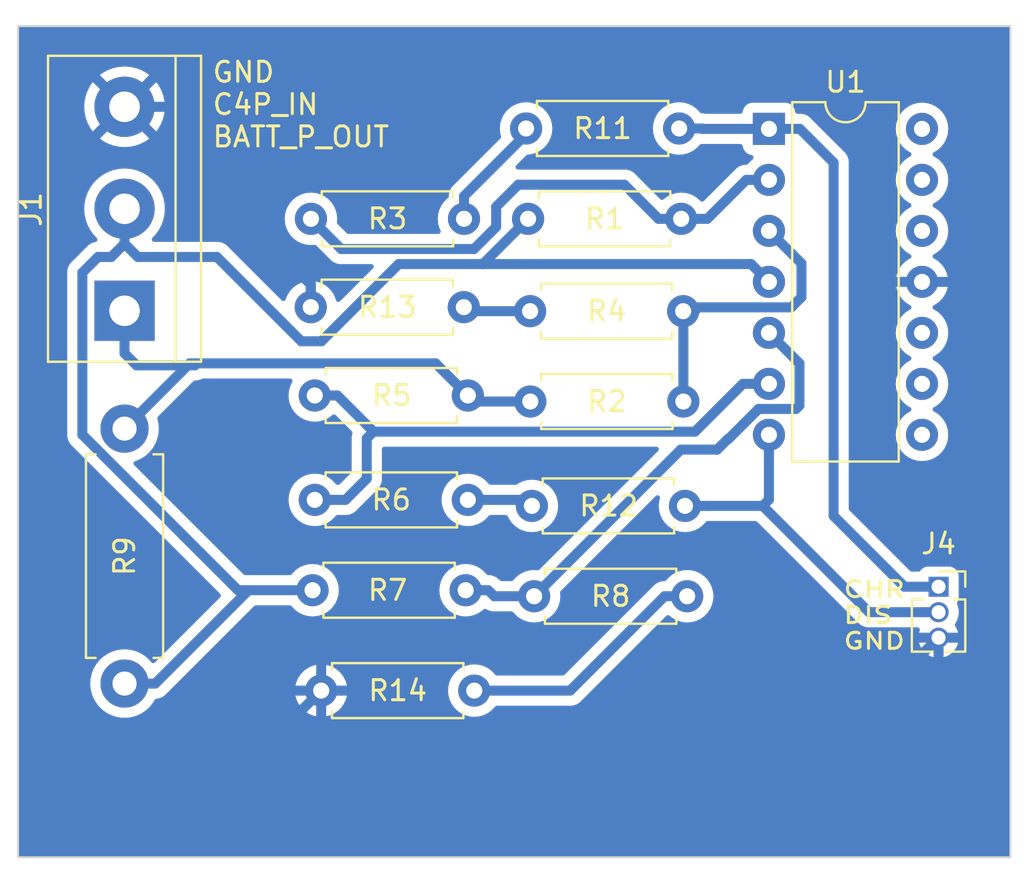
<source format=kicad_pcb>
(kicad_pcb (version 20221018) (generator pcbnew)
  (layers (0 "F.Cu" signal) (31 "B.Cu" signal) (34 "B.Paste" user) (35 "F.Paste" user) (36 "B.SilkS" user "B.Silkscreen") (37 "F.SilkS" user "F.Silkscreen") (38 "B.Mask" user) (39 "F.Mask" user) (44 "Edge.Cuts" user))
  (net 0 "")
  (net 1 "/BATT_P_OUT")
  (net 2 "/C4_P_IN")
  (net 3 "Net-(U1A--)")
  (net 4 "Net-(U1A-+)")
  (net 5 "/CHG")
  (net 6 "0")
  (net 7 "Net-(U1B--)")
  (net 8 "Net-(U1B-+)")
  (net 9 "/DIS")
  (net 10 "Net-(R11-Pad1)")
  (net 11 "Net-(R13-Pad1)")
  (net 12 "Net-(R12-Pad1)")
  (net 13 "Net-(R14-Pad1)")
  (footprint "Resistor_THT:R_Axial_DIN0207_L6.3mm_D2.5mm_P7.62mm_Horizontal" (layer "F.Cu") (at 89.09 81.3 180)
    (fp_text reference "R13" (at 3.81 0) (layer "F.SilkS"))
    (fp_text value "4.7K")
    (fp_line (start 0.54 -1.37) (end 7.08 -1.37) (stroke (width 0.12)) (layer "F.SilkS"))
    (fp_line (start 0.54 -1.04) (end 0.54 -1.37) (stroke (width 0.12)) (layer "F.SilkS"))
    (fp_line (start 0.54 1.04) (end 0.54 1.37) (stroke (width 0.12)) (layer "F.SilkS"))
    (fp_line (start 0.54 1.37) (end 7.08 1.37) (stroke (width 0.12)) (layer "F.SilkS"))
    (fp_line (start 7.08 -1.37) (end 7.08 -1.04) (stroke (width 0.12)) (layer "F.SilkS"))
    (fp_line (start 7.08 1.37) (end 7.08 1.04) (stroke (width 0.12)) (layer "F.SilkS"))
    (pad "1" thru_hole circle (at 0 0 180) (size 1.6 1.6) (drill 0.8) (layers "*.Cu" "*.Mask") (net 11 "Net-(R13-Pad1)"))
    (pad "2" thru_hole oval (at 7.62 0 180) (size 1.6 1.6) (drill 0.8) (layers "*.Cu" "*.Mask") (net 6 "0"))
  )
  (footprint "Resistor_THT:R_Axial_DIN0207_L6.3mm_D2.5mm_P7.62mm_Horizontal" (layer "F.Cu") (at 92.59 95.7)
    (fp_text reference "R8" (at 3.81 0) (layer "F.SilkS"))
    (fp_text value "160K")
    (fp_line (start 0.54 -1.37) (end 7.08 -1.37) (stroke (width 0.12)) (layer "F.SilkS"))
    (fp_line (start 0.54 -1.04) (end 0.54 -1.37) (stroke (width 0.12)) (layer "F.SilkS"))
    (fp_line (start 0.54 1.04) (end 0.54 1.37) (stroke (width 0.12)) (layer "F.SilkS"))
    (fp_line (start 0.54 1.37) (end 7.08 1.37) (stroke (width 0.12)) (layer "F.SilkS"))
    (fp_line (start 7.08 -1.37) (end 7.08 -1.04) (stroke (width 0.12)) (layer "F.SilkS"))
    (fp_line (start 7.08 1.37) (end 7.08 1.04) (stroke (width 0.12)) (layer "F.SilkS"))
    (pad "1" thru_hole circle (at 0 0) (size 1.6 1.6) (drill 0.8) (layers "*.Cu" "*.Mask") (net 8 "Net-(U1B-+)"))
    (pad "2" thru_hole oval (at 7.62 0) (size 1.6 1.6) (drill 0.8) (layers "*.Cu" "*.Mask") (net 13 "Net-(R14-Pad1)"))
  )
  (footprint "Resistor_THT:R_Axial_DIN0207_L6.3mm_D2.5mm_P7.62mm_Horizontal" (layer "F.Cu") (at 92.19 72.4)
    (fp_text reference "R11" (at 3.81 0) (layer "F.SilkS"))
    (fp_text value "4.7K")
    (fp_line (start 0.54 -1.37) (end 7.08 -1.37) (stroke (width 0.12)) (layer "F.SilkS"))
    (fp_line (start 0.54 -1.04) (end 0.54 -1.37) (stroke (width 0.12)) (layer "F.SilkS"))
    (fp_line (start 0.54 1.04) (end 0.54 1.37) (stroke (width 0.12)) (layer "F.SilkS"))
    (fp_line (start 0.54 1.37) (end 7.08 1.37) (stroke (width 0.12)) (layer "F.SilkS"))
    (fp_line (start 7.08 -1.37) (end 7.08 -1.04) (stroke (width 0.12)) (layer "F.SilkS"))
    (fp_line (start 7.08 1.37) (end 7.08 1.04) (stroke (width 0.12)) (layer "F.SilkS"))
    (pad "1" thru_hole circle (at 0 0) (size 1.6 1.6) (drill 0.8) (layers "*.Cu" "*.Mask") (net 10 "Net-(R11-Pad1)"))
    (pad "2" thru_hole oval (at 7.62 0) (size 1.6 1.6) (drill 0.8) (layers "*.Cu" "*.Mask") (net 5 "/CHG"))
  )
  (footprint "Resistor_THT:R_Axial_DIN0207_L6.3mm_D2.5mm_P7.62mm_Horizontal" (layer "F.Cu") (at 92.48 91.2)
    (fp_text reference "R12" (at 3.82 0) (layer "F.SilkS"))
    (fp_text value "4.7K")
    (fp_line (start 0.54 -1.37) (end 7.08 -1.37) (stroke (width 0.12)) (layer "F.SilkS"))
    (fp_line (start 0.54 -1.04) (end 0.54 -1.37) (stroke (width 0.12)) (layer "F.SilkS"))
    (fp_line (start 0.54 1.04) (end 0.54 1.37) (stroke (width 0.12)) (layer "F.SilkS"))
    (fp_line (start 0.54 1.37) (end 7.08 1.37) (stroke (width 0.12)) (layer "F.SilkS"))
    (fp_line (start 7.08 -1.37) (end 7.08 -1.04) (stroke (width 0.12)) (layer "F.SilkS"))
    (fp_line (start 7.08 1.37) (end 7.08 1.04) (stroke (width 0.12)) (layer "F.SilkS"))
    (pad "1" thru_hole circle (at 0 0) (size 1.6 1.6) (drill 0.8) (layers "*.Cu" "*.Mask") (net 12 "Net-(R12-Pad1)"))
    (pad "2" thru_hole oval (at 7.62 0) (size 1.6 1.6) (drill 0.8) (layers "*.Cu" "*.Mask") (net 9 "/DIS"))
  )
  (footprint "Resistor_THT:R_Axial_DIN0207_L6.3mm_D2.5mm_P7.62mm_Horizontal" (layer "F.Cu") (at 81.67 90.9)
    (fp_text reference "R6" (at 3.81 0) (layer "F.SilkS"))
    (fp_text value "160K")
    (fp_line (start 0.54 -1.37) (end 7.08 -1.37) (stroke (width 0.12)) (layer "F.SilkS"))
    (fp_line (start 0.54 -1.04) (end 0.54 -1.37) (stroke (width 0.12)) (layer "F.SilkS"))
    (fp_line (start 0.54 1.04) (end 0.54 1.37) (stroke (width 0.12)) (layer "F.SilkS"))
    (fp_line (start 0.54 1.37) (end 7.08 1.37) (stroke (width 0.12)) (layer "F.SilkS"))
    (fp_line (start 7.08 -1.37) (end 7.08 -1.04) (stroke (width 0.12)) (layer "F.SilkS"))
    (fp_line (start 7.08 1.37) (end 7.08 1.04) (stroke (width 0.12)) (layer "F.SilkS"))
    (pad "1" thru_hole circle (at 0 0) (size 1.6 1.6) (drill 0.8) (layers "*.Cu" "*.Mask") (net 7 "Net-(U1B--)"))
    (pad "2" thru_hole oval (at 7.62 0) (size 1.6 1.6) (drill 0.8) (layers "*.Cu" "*.Mask") (net 12 "Net-(R12-Pad1)"))
  )
  (footprint "Resistor_THT:R_Axial_DIN0207_L6.3mm_D2.5mm_P7.62mm_Horizontal" (layer "F.Cu") (at 89.29 85.7 180)
    (fp_text reference "R5" (at 3.79 0) (layer "F.SilkS"))
    (fp_text value "20K")
    (fp_line (start 0.54 -1.37) (end 7.08 -1.37) (stroke (width 0.12)) (layer "F.SilkS"))
    (fp_line (start 0.54 -1.04) (end 0.54 -1.37) (stroke (width 0.12)) (layer "F.SilkS"))
    (fp_line (start 0.54 1.04) (end 0.54 1.37) (stroke (width 0.12)) (layer "F.SilkS"))
    (fp_line (start 0.54 1.37) (end 7.08 1.37) (stroke (width 0.12)) (layer "F.SilkS"))
    (fp_line (start 7.08 -1.37) (end 7.08 -1.04) (stroke (width 0.12)) (layer "F.SilkS"))
    (fp_line (start 7.08 1.37) (end 7.08 1.04) (stroke (width 0.12)) (layer "F.SilkS"))
    (pad "1" thru_hole circle (at 0 0 180) (size 1.6 1.6) (drill 0.8) (layers "*.Cu" "*.Mask") (net 1 "/BATT_P_OUT"))
    (pad "2" thru_hole oval (at 7.62 0 180) (size 1.6 1.6) (drill 0.8) (layers "*.Cu" "*.Mask") (net 7 "Net-(U1B--)"))
  )
  (footprint "Resistor_THT:R_Axial_DIN0411_L9.9mm_D3.6mm_P12.70mm_Horizontal" (layer "F.Cu") (at 72.2 87.35 -90)
    (fp_text reference "R9" (at 6.35 0 90) (layer "F.SilkS"))
    (fp_text value "0.01R")
    (fp_line (start 1.28 -1.92) (end 11.42 -1.92) (stroke (width 0.12)) (layer "F.SilkS"))
    (fp_line (start 1.28 -1.44) (end 1.28 -1.92) (stroke (width 0.12)) (layer "F.SilkS"))
    (fp_line (start 1.28 1.44) (end 1.28 1.92) (stroke (width 0.12)) (layer "F.SilkS"))
    (fp_line (start 1.28 1.92) (end 11.42 1.92) (stroke (width 0.12)) (layer "F.SilkS"))
    (fp_line (start 11.42 -1.92) (end 11.42 -1.44) (stroke (width 0.12)) (layer "F.SilkS"))
    (fp_line (start 11.42 1.92) (end 11.42 1.44) (stroke (width 0.12)) (layer "F.SilkS"))
    (pad "1" thru_hole circle (at 0 0 270) (size 2.4 2.4) (drill 1.2) (layers "*.Cu" "*.Mask") (net 1 "/BATT_P_OUT"))
    (pad "2" thru_hole oval (at 12.7 0 270) (size 2.4 2.4) (drill 1.2) (layers "*.Cu" "*.Mask") (net 2 "/C4_P_IN"))
  )
  (footprint "Resistor_THT:R_Axial_DIN0207_L6.3mm_D2.5mm_P7.62mm_Horizontal" (layer "F.Cu") (at 81.56 95.4)
    (fp_text reference "R7" (at 3.74 0) (layer "F.SilkS"))
    (fp_text value "20K")
    (fp_line (start 0.54 -1.37) (end 7.08 -1.37) (stroke (width 0.12)) (layer "F.SilkS"))
    (fp_line (start 0.54 -1.04) (end 0.54 -1.37) (stroke (width 0.12)) (layer "F.SilkS"))
    (fp_line (start 0.54 1.04) (end 0.54 1.37) (stroke (width 0.12)) (layer "F.SilkS"))
    (fp_line (start 0.54 1.37) (end 7.08 1.37) (stroke (width 0.12)) (layer "F.SilkS"))
    (fp_line (start 7.08 -1.37) (end 7.08 -1.04) (stroke (width 0.12)) (layer "F.SilkS"))
    (fp_line (start 7.08 1.37) (end 7.08 1.04) (stroke (width 0.12)) (layer "F.SilkS"))
    (pad "1" thru_hole circle (at 0 0) (size 1.6 1.6) (drill 0.8) (layers "*.Cu" "*.Mask") (net 2 "/C4_P_IN"))
    (pad "2" thru_hole oval (at 7.62 0) (size 1.6 1.6) (drill 0.8) (layers "*.Cu" "*.Mask") (net 8 "Net-(U1B-+)"))
  )
  (footprint "VAMK_74HCXX:DIP14" (layer "F.Cu") (at 104.28 72.42)
    (fp_text reference "U1" (at 3.81 -2.33) (layer "F.SilkS"))
    (fp_text value "LM324")
    (fp_line (start 1.16 -1.33) (end 1.16 16.57) (stroke (width 0.12)) (layer "F.SilkS"))
    (fp_line (start 1.16 16.57) (end 6.46 16.57) (stroke (width 0.12)) (layer "F.SilkS"))
    (fp_line (start 2.81 -1.33) (end 1.16 -1.33) (stroke (width 0.12)) (layer "F.SilkS"))
    (fp_line (start 6.46 -1.33) (end 4.81 -1.33) (stroke (width 0.12)) (layer "F.SilkS"))
    (fp_line (start 6.46 16.57) (end 6.46 -1.33) (stroke (width 0.12)) (layer "F.SilkS"))
    (fp_arc (start 4.81 -1.33) (mid 3.81 -0.33) (end 2.81 -1.33) (stroke (width 0.12)) (layer "F.SilkS"))
    (pad "1" thru_hole rect (at 0 0) (size 1.6 1.6) (drill 0.8) (layers "*.Cu" "*.Mask") (net 5 "/CHG"))
    (pad "2" thru_hole oval (at 0 2.54) (size 1.6 1.6) (drill 0.8) (layers "*.Cu" "*.Mask") (net 3 "Net-(U1A--)"))
    (pad "3" thru_hole oval (at 0 5.08) (size 1.6 1.6) (drill 0.8) (layers "*.Cu" "*.Mask") (net 4 "Net-(U1A-+)"))
    (pad "4" thru_hole oval (at 0 7.62) (size 1.6 1.6) (drill 0.8) (layers "*.Cu" "*.Mask") (net 2 "/C4_P_IN"))
    (pad "5" thru_hole oval (at 0 10.16) (size 1.6 1.6) (drill 0.8) (layers "*.Cu" "*.Mask") (net 8 "Net-(U1B-+)"))
    (pad "6" thru_hole oval (at 0 12.7) (size 1.6 1.6) (drill 0.8) (layers "*.Cu" "*.Mask") (net 7 "Net-(U1B--)"))
    (pad "7" thru_hole oval (at 0 15.24) (size 1.6 1.6) (drill 0.8) (layers "*.Cu" "*.Mask") (net 9 "/DIS"))
    (pad "8" thru_hole oval (at 7.62 15.24) (size 1.6 1.6) (drill 0.8) (layers "*.Cu" "*.Mask"))
    (pad "9" thru_hole oval (at 7.62 12.7) (size 1.6 1.6) (drill 0.8) (layers "*.Cu" "*.Mask"))
    (pad "10" thru_hole oval (at 7.62 10.16) (size 1.6 1.6) (drill 0.8) (layers "*.Cu" "*.Mask"))
    (pad "11" thru_hole oval (at 7.62 7.62) (size 1.6 1.6) (drill 0.8) (layers "*.Cu" "*.Mask") (net 6 "0"))
    (pad "12" thru_hole oval (at 7.62 5.08) (size 1.6 1.6) (drill 0.8) (layers "*.Cu" "*.Mask"))
    (pad "13" thru_hole oval (at 7.62 2.54) (size 1.6 1.6) (drill 0.8) (layers "*.Cu" "*.Mask"))
    (pad "14" thru_hole oval (at 7.62 0) (size 1.6 1.6) (drill 0.8) (layers "*.Cu" "*.Mask"))
  )
  (footprint "Connector_PinSocket_1.27mm:PinSocket_1x03_P1.27mm_Vertical" (layer "F.Cu") (at 112.725 95.225)
    (fp_text reference "J4" (at 0 -2.135) (layer "F.SilkS"))
    (fp_text value "Conn_01x03_Socket" hide)
    (fp_line (start -1.33 0.635) (end -1.33 3.235) (stroke (width 0.12)) (layer "F.SilkS"))
    (fp_line (start -1.33 0.635) (end -0.76 0.635) (stroke (width 0.12)) (layer "F.SilkS"))
    (fp_line (start -1.33 3.235) (end -0.30753 3.235) (stroke (width 0.12)) (layer "F.SilkS"))
    (fp_line (start 0 -0.76) (end 1.33 -0.76) (stroke (width 0.12)) (layer "F.SilkS"))
    (fp_line (start 0.30753 3.235) (end 1.33 3.235) (stroke (width 0.12)) (layer "F.SilkS"))
    (fp_line (start 0.76 0.635) (end 1.33 0.635) (stroke (width 0.12)) (layer "F.SilkS"))
    (fp_line (start 1.33 -0.76) (end 1.33 0) (stroke (width 0.12)) (layer "F.SilkS"))
    (fp_line (start 1.33 0.635) (end 1.33 3.235) (stroke (width 0.12)) (layer "F.SilkS"))
    (pad "1" thru_hole rect (at 0 0) (size 1 1) (drill 0.7) (layers "*.Cu" "*.Mask") (net 5 "/CHG"))
    (pad "2" thru_hole oval (at 0 1.27) (size 1 1) (drill 0.7) (layers "*.Cu" "*.Mask") (net 9 "/DIS"))
    (pad "3" thru_hole oval (at 0 2.54) (size 1 1) (drill 0.7) (layers "*.Cu" "*.Mask") (net 6 "0"))
  )
  (footprint "Resistor_THT:R_Axial_DIN0207_L6.3mm_D2.5mm_P7.62mm_Horizontal" (layer "F.Cu") (at 81.48 76.9)
    (fp_text reference "R3" (at 3.81 0) (layer "F.SilkS"))
    (fp_text value "160K")
    (fp_line (start 0.54 -1.37) (end 7.08 -1.37) (stroke (width 0.12)) (layer "F.SilkS"))
    (fp_line (start 0.54 -1.04) (end 0.54 -1.37) (stroke (width 0.12)) (layer "F.SilkS"))
    (fp_line (start 0.54 1.04) (end 0.54 1.37) (stroke (width 0.12)) (layer "F.SilkS"))
    (fp_line (start 0.54 1.37) (end 7.08 1.37) (stroke (width 0.12)) (layer "F.SilkS"))
    (fp_line (start 7.08 -1.37) (end 7.08 -1.04) (stroke (width 0.12)) (layer "F.SilkS"))
    (fp_line (start 7.08 1.37) (end 7.08 1.04) (stroke (width 0.12)) (layer "F.SilkS"))
    (pad "1" thru_hole circle (at 0 0) (size 1.6 1.6) (drill 0.8) (layers "*.Cu" "*.Mask") (net 3 "Net-(U1A--)"))
    (pad "2" thru_hole oval (at 7.62 0) (size 1.6 1.6) (drill 0.8) (layers "*.Cu" "*.Mask") (net 10 "Net-(R11-Pad1)"))
  )
  (footprint "Resistor_THT:R_Axial_DIN0207_L6.3mm_D2.5mm_P7.62mm_Horizontal" (layer "F.Cu") (at 92.4 86)
    (fp_text reference "R2" (at 3.81 0) (layer "F.SilkS"))
    (fp_text value "20K")
    (fp_line (start 0.54 -1.37) (end 7.08 -1.37) (stroke (width 0.12)) (layer "F.SilkS"))
    (fp_line (start 0.54 -1.04) (end 0.54 -1.37) (stroke (width 0.12)) (layer "F.SilkS"))
    (fp_line (start 0.54 1.04) (end 0.54 1.37) (stroke (width 0.12)) (layer "F.SilkS"))
    (fp_line (start 0.54 1.37) (end 7.08 1.37) (stroke (width 0.12)) (layer "F.SilkS"))
    (fp_line (start 7.08 -1.37) (end 7.08 -1.04) (stroke (width 0.12)) (layer "F.SilkS"))
    (fp_line (start 7.08 1.37) (end 7.08 1.04) (stroke (width 0.12)) (layer "F.SilkS"))
    (pad "1" thru_hole circle (at 0 0) (size 1.6 1.6) (drill 0.8) (layers "*.Cu" "*.Mask") (net 1 "/BATT_P_OUT"))
    (pad "2" thru_hole oval (at 7.62 0) (size 1.6 1.6) (drill 0.8) (layers "*.Cu" "*.Mask") (net 4 "Net-(U1A-+)"))
  )
  (footprint "Resistor_THT:R_Axial_DIN0207_L6.3mm_D2.5mm_P7.62mm_Horizontal" (layer "F.Cu") (at 92.39 81.5)
    (fp_text reference "R4" (at 3.81 0) (layer "F.SilkS"))
    (fp_text value "160K")
    (fp_line (start 0.54 -1.37) (end 7.08 -1.37) (stroke (width 0.12)) (layer "F.SilkS"))
    (fp_line (start 0.54 -1.04) (end 0.54 -1.37) (stroke (width 0.12)) (layer "F.SilkS"))
    (fp_line (start 0.54 1.04) (end 0.54 1.37) (stroke (width 0.12)) (layer "F.SilkS"))
    (fp_line (start 0.54 1.37) (end 7.08 1.37) (stroke (width 0.12)) (layer "F.SilkS"))
    (fp_line (start 7.08 -1.37) (end 7.08 -1.04) (stroke (width 0.12)) (layer "F.SilkS"))
    (fp_line (start 7.08 1.37) (end 7.08 1.04) (stroke (width 0.12)) (layer "F.SilkS"))
    (pad "1" thru_hole circle (at 0 0) (size 1.6 1.6) (drill 0.8) (layers "*.Cu" "*.Mask") (net 11 "Net-(R13-Pad1)"))
    (pad "2" thru_hole oval (at 7.62 0) (size 1.6 1.6) (drill 0.8) (layers "*.Cu" "*.Mask") (net 4 "Net-(U1A-+)"))
  )
  (footprint "Resistor_THT:R_Axial_DIN0207_L6.3mm_D2.5mm_P7.62mm_Horizontal" (layer "F.Cu") (at 89.61 100.4 180)
    (fp_text reference "R14" (at 3.81 0) (layer "F.SilkS"))
    (fp_text value "4.7K")
    (fp_line (start 0.54 -1.37) (end 7.08 -1.37) (stroke (width 0.12)) (layer "F.SilkS"))
    (fp_line (start 0.54 -1.04) (end 0.54 -1.37) (stroke (width 0.12)) (layer "F.SilkS"))
    (fp_line (start 0.54 1.04) (end 0.54 1.37) (stroke (width 0.12)) (layer "F.SilkS"))
    (fp_line (start 0.54 1.37) (end 7.08 1.37) (stroke (width 0.12)) (layer "F.SilkS"))
    (fp_line (start 7.08 -1.37) (end 7.08 -1.04) (stroke (width 0.12)) (layer "F.SilkS"))
    (fp_line (start 7.08 1.37) (end 7.08 1.04) (stroke (width 0.12)) (layer "F.SilkS"))
    (pad "1" thru_hole circle (at 0 0 180) (size 1.6 1.6) (drill 0.8) (layers "*.Cu" "*.Mask") (net 13 "Net-(R14-Pad1)"))
    (pad "2" thru_hole oval (at 7.62 0 180) (size 1.6 1.6) (drill 0.8) (layers "*.Cu" "*.Mask") (net 6 "0"))
  )
  (footprint "Resistor_THT:R_Axial_DIN0207_L6.3mm_D2.5mm_P7.62mm_Horizontal" (layer "F.Cu") (at 92.29 76.9)
    (fp_text reference "R1" (at 3.81 0) (layer "F.SilkS"))
    (fp_text value "20K")
    (fp_line (start 0.54 -1.37) (end 7.08 -1.37) (stroke (width 0.12)) (layer "F.SilkS"))
    (fp_line (start 0.54 -1.04) (end 0.54 -1.37) (stroke (width 0.12)) (layer "F.SilkS"))
    (fp_line (start 0.54 1.04) (end 0.54 1.37) (stroke (width 0.12)) (layer "F.SilkS"))
    (fp_line (start 0.54 1.37) (end 7.08 1.37) (stroke (width 0.12)) (layer "F.SilkS"))
    (fp_line (start 7.08 -1.37) (end 7.08 -1.04) (stroke (width 0.12)) (layer "F.SilkS"))
    (fp_line (start 7.08 1.37) (end 7.08 1.04) (stroke (width 0.12)) (layer "F.SilkS"))
    (pad "1" thru_hole circle (at 0 0) (size 1.6 1.6) (drill 0.8) (layers "*.Cu" "*.Mask") (net 2 "/C4_P_IN"))
    (pad "2" thru_hole oval (at 7.62 0) (size 1.6 1.6) (drill 0.8) (layers "*.Cu" "*.Mask") (net 3 "Net-(U1A--)"))
  )
  (footprint "TerminalBlock:TerminalBlock_bornier-3_P5.08mm" (layer "F.Cu") (at 72.2 81.48 90)
    (fp_text reference "J1" (at 5.05 -4.65 90) (layer "F.SilkS"))
    (fp_text value "Screw_Terminal_01x03" hide)
    (fp_line (start -2.54 -3.81) (end 12.7 -3.81) (stroke (width 0.12)) (layer "F.SilkS"))
    (fp_line (start -2.54 2.54) (end 12.7 2.54) (stroke (width 0.12)) (layer "F.SilkS"))
    (fp_line (start -2.54 3.81) (end -2.54 -3.81) (stroke (width 0.12)) (layer "F.SilkS"))
    (fp_line (start -2.54 3.81) (end 12.7 3.81) (stroke (width 0.12)) (layer "F.SilkS"))
    (fp_line (start 12.7 3.81) (end 12.7 -3.81) (stroke (width 0.12)) (layer "F.SilkS"))
    (pad "1" thru_hole rect (at 0 0 90) (size 3 3) (drill 1.52) (layers "*.Cu" "*.Mask") (net 1 "/BATT_P_OUT"))
    (pad "2" thru_hole circle (at 5.08 0 90) (size 3 3) (drill 1.52) (layers "*.Cu" "*.Mask") (net 2 "/C4_P_IN"))
    (pad "3" thru_hole circle (at 10.16 0 90) (size 3 3) (drill 1.52) (layers "*.Cu" "*.Mask") (net 6 "0"))
  )
  (gr_rect (start 66.9 67.3) (end 116.3 108.7) (stroke (width 0.1)) (fill none) (layer "Edge.Cuts"))
  (gr_text "GND\nC4P_IN\nBATT_P_OUT" (at 76.5 73.4) (layer "F.SilkS") (effects (font (size 1 1)) (justify left bottom)))
  (gr_text "CHR\nDIS\nGND" (at 107.9 98.4) (layer "F.SilkS") (effects (font (size 0.8 1)) (justify left bottom)))
  (segment (start 74.2216 85.3284) (end 72.2 87.35) (width 0.5) (layer "B.Cu") (net 1))
  (segment (start 75.8 84.1) (end 75.45 84.1) (width 0.5) (layer "B.Cu") (net 1))
  (segment (start 75.7 84.2) (end 75.8 84.1) (width 0.5) (layer "B.Cu") (net 1))
  (segment (start 72.2 83.6) (end 72.8 84.2) (width 0.5) (layer "B.Cu") (net 1))
  (segment (start 89.59 86) (end 89.29 85.7) (width 0.5) (layer "B.Cu") (net 1))
  (segment (start 75.45 84.1) (end 74.2216 85.3284) (width 0.5) (layer "B.Cu") (net 1))
  (segment (start 89.29 85.7) (end 87.69 84.1) (width 0.5) (layer "B.Cu") (net 1))
  (segment (start 87.69 84.1) (end 75.8 84.1) (width 0.5) (layer "B.Cu") (net 1))
  (segment (start 92.4 86) (end 89.59 86) (width 0.5) (layer "B.Cu") (net 1))
  (segment (start 72.8 84.2) (end 75.7 84.2) (width 0.5) (layer "B.Cu") (net 1))
  (segment (start 72.2 81.48) (end 72.2 83.6) (width 0.5) (layer "B.Cu") (net 1))
  (segment (start 72.8601 78.8) (end 72.2 78.1399) (width 0.5) (layer "B.Cu") (net 2))
  (segment (start 76.8 78.8) (end 72.8601 78.8) (width 0.5) (layer "B.Cu") (net 2))
  (segment (start 81 83) (end 76.8 78.8) (width 0.5) (layer "B.Cu") (net 2))
  (segment (start 81.56 95.4) (end 78.3769 95.4) (width 0.5) (layer "B.Cu") (net 2))
  (segment (start 70.1 87.654164) (end 77.845836 95.4) (width 0.5) (layer "B.Cu") (net 2))
  (segment (start 82 83) (end 81 83) (width 0.5) (layer "B.Cu") (net 2))
  (segment (start 71.5399 78.8) (end 70.88 78.8) (width 0.5) (layer "B.Cu") (net 2))
  (segment (start 90 79.1531) (end 85.8469 79.1531) (width 0.5) (layer "B.Cu") (net 2))
  (segment (start 77.845836 95.4) (end 78.3769 95.4) (width 0.5) (layer "B.Cu") (net 2))
  (segment (start 70.1 79.58) (end 70.1 87.654164) (width 0.5) (layer "B.Cu") (net 2))
  (segment (start 72.2 78.1399) (end 71.5399 78.8) (width 0.5) (layer "B.Cu") (net 2))
  (segment (start 70.88 78.8) (end 70.1 79.58) (width 0.5) (layer "B.Cu") (net 2))
  (segment (start 104.28 80.04) (end 103.3931 79.1531) (width 0.5) (layer "B.Cu") (net 2))
  (segment (start 72.2 76.4) (end 72.2 78.1399) (width 0.5) (layer "B.Cu") (net 2))
  (segment (start 85.8469 79.1531) (end 82 83) (width 0.5) (layer "B.Cu") (net 2))
  (segment (start 72.2 100.05) (end 73.7269 100.05) (width 0.5) (layer "B.Cu") (net 2))
  (segment (start 92.29 76.9) (end 90.0369 79.1531) (width 0.5) (layer "B.Cu") (net 2))
  (segment (start 78.3769 95.4) (end 73.7269 100.05) (width 0.5) (layer "B.Cu") (net 2))
  (segment (start 103.3931 79.1531) (end 90 79.1531) (width 0.5) (layer "B.Cu") (net 2))
  (segment (start 90.0369 79.1531) (end 90 79.1531) (width 0.25) (layer "B.Cu") (net 2))
  (segment (start 101.2131 76.9) (end 99.91 76.9) (width 0.5) (layer "B.Cu") (net 3))
  (segment (start 103.1531 74.96) (end 101.2131 76.9) (width 0.5) (layer "B.Cu") (net 3))
  (segment (start 91.8 75.2) (end 97.0831 75.2) (width 0.5) (layer "B.Cu") (net 3))
  (segment (start 90.7 76.3) (end 91.8 75.2) (width 0.5) (layer "B.Cu") (net 3))
  (segment (start 82.9831 78.4031) (end 89.5969 78.4031) (width 0.5) (layer "B.Cu") (net 3))
  (segment (start 89.5969 78.4031) (end 90.7 77.3) (width 0.5) (layer "B.Cu") (net 3))
  (segment (start 81.48 76.9) (end 82.9831 78.4031) (width 0.5) (layer "B.Cu") (net 3))
  (segment (start 104.28 74.96) (end 103.1531 74.96) (width 0.5) (layer "B.Cu") (net 3))
  (segment (start 98.7831 76.9) (end 99.91 76.9) (width 0.5) (layer "B.Cu") (net 3))
  (segment (start 97.0831 75.2) (end 98.7831 76.9) (width 0.5) (layer "B.Cu") (net 3))
  (segment (start 90.7 77.3) (end 90.7 76.3) (width 0.5) (layer "B.Cu") (net 3))
  (segment (start 105.39 81.31) (end 105.9 80.8) (width 0.5) (layer "B.Cu") (net 4))
  (segment (start 100.01 81.5) (end 100.5735 81.5) (width 0.5) (layer "B.Cu") (net 4))
  (segment (start 100.5735 81.5) (end 100.7635 81.31) (width 0.5) (layer "B.Cu") (net 4))
  (segment (start 105.9 79.12) (end 104.28 77.5) (width 0.5) (layer "B.Cu") (net 4))
  (segment (start 100.7635 81.31) (end 105.39 81.31) (width 0.5) (layer "B.Cu") (net 4))
  (segment (start 100.5735 81.5) (end 100.02 82.0535) (width 0.5) (layer "B.Cu") (net 4))
  (segment (start 105.9 80.8) (end 105.9 79.12) (width 0.5) (layer "B.Cu") (net 4))
  (segment (start 100.02 82.0535) (end 100.02 86) (width 0.5) (layer "B.Cu") (net 4))
  (segment (start 100.9569 72.42) (end 100.9369 72.4) (width 0.5) (layer "B.Cu") (net 5))
  (segment (start 111.025 95.225) (end 112.725 95.225) (width 0.5) (layer "B.Cu") (net 5))
  (segment (start 107.5 91.7) (end 111.025 95.225) (width 0.5) (layer "B.Cu") (net 5))
  (segment (start 99.81 72.4) (end 100.9369 72.4) (width 0.5) (layer "B.Cu") (net 5))
  (segment (start 105.82 72.42) (end 107.5 74.1) (width 0.5) (layer "B.Cu") (net 5))
  (segment (start 107.5 74.1) (end 107.5 91.7) (width 0.5) (layer "B.Cu") (net 5))
  (segment (start 104.28 72.42) (end 105.82 72.42) (width 0.5) (layer "B.Cu") (net 5))
  (segment (start 104.28 72.42) (end 100.9569 72.42) (width 0.5) (layer "B.Cu") (net 5))
  (segment (start 115.3 78.6) (end 113.86 80.04) (width 0.5) (layer "B.Cu") (net 6))
  (segment (start 79.6509 102.7391) (end 81.99 100.4) (width 0.5) (layer "B.Cu") (net 6))
  (segment (start 107.49 103) (end 112.725 97.765) (width 0.5) (layer "B.Cu") (net 6))
  (segment (start 68 101) (end 70 103) (width 0.5) (layer "B.Cu") (net 6))
  (segment (start 68 75.52) (end 68 101) (width 0.5) (layer "B.Cu") (net 6))
  (segment (start 81.47 81.3) (end 81.47 80.1731) (width 0.5) (layer "B.Cu") (net 6))
  (segment (start 79.8713 76.8828) (end 79.8713 78.5744) (width 0.5) (layer "B.Cu") (net 6))
  (segment (start 79.9 70.2) (end 79.9 76.8541) (width 0.5) (layer "B.Cu") (net 6))
  (segment (start 72.2 71.32) (end 78.78 71.32) (width 0.5) (layer "B.Cu") (net 6))
  (segment (start 81 69.1) (end 113.4 69.1) (width 0.5) (layer "B.Cu") (net 6))
  (segment (start 113.86 80.04) (end 111.9 80.04) (width 0.5) (layer "B.Cu") (net 6))
  (segment (start 113.4 69.1) (end 115.3 71) (width 0.5) (layer "B.Cu") (net 6))
  (segment (start 79.9 76.8541) (end 79.8713 76.8828) (width 0.5) (layer "B.Cu") (net 6))
  (segment (start 79.6509 103) (end 107.49 103) (width 0.5) (layer "B.Cu") (net 6))
  (segment (start 72.2 71.32) (end 68 75.52) (width 0.5) (layer "B.Cu") (net 6))
  (segment (start 79.8713 78.5744) (end 81.47 80.1731) (width 0.5) (layer "B.Cu") (net 6))
  (segment (start 115.3 71) (end 115.3 78.6) (width 0.5) (layer "B.Cu") (net 6))
  (segment (start 70 103) (end 79.6509 103) (width 0.5) (layer "B.Cu") (net 6))
  (segment (start 79.6509 103) (end 79.6509 102.7391) (width 0.5) (layer "B.Cu") (net 6))
  (segment (start 78.78 71.32) (end 79.9 70.2) (width 0.5) (layer "B.Cu") (net 6))
  (segment (start 79.9 70.2) (end 81 69.1) (width 0.5) (layer "B.Cu") (net 6))
  (segment (start 84.2593 87.1624) (end 82.7969 85.7) (width 0.5) (layer "B.Cu") (net 7))
  (segment (start 84.2593 87.8376) (end 84.2593 89.8407) (width 0.5) (layer "B.Cu") (net 7))
  (segment (start 100.6 87.5) (end 84.5969 87.5) (width 0.5) (layer "B.Cu") (net 7))
  (segment (start 84.2593 89.8407) (end 83.2 90.9) (width 0.5) (layer "B.Cu") (net 7))
  (segment (start 84.5969 87.5) (end 84.2593 87.8376) (width 0.5) (layer "B.Cu") (net 7))
  (segment (start 104.28 85.12) (end 102.98 85.12) (width 0.5) (layer "B.Cu") (net 7))
  (segment (start 83.2 90.9) (end 81.67 90.9) (width 0.5) (layer "B.Cu") (net 7))
  (segment (start 84.5969 87.5) (end 84.2593 87.1624) (width 0.5) (layer "B.Cu") (net 7))
  (segment (start 81.67 85.7) (end 82.7969 85.7) (width 0.5) (layer "B.Cu") (net 7))
  (segment (start 102.98 85.12) (end 100.6 87.5) (width 0.5) (layer "B.Cu") (net 7))
  (segment (start 101.7 88.4) (end 101.695 88.395) (width 0.5) (layer "B.Cu") (net 8))
  (segment (start 102.269833 87.8624) (end 102.2376 87.8624) (width 0.5) (layer "B.Cu") (net 8))
  (segment (start 90.3069 95.4) (end 90.6069 95.7) (width 0.5) (layer "B.Cu") (net 8))
  (segment (start 105.63 86.37) (end 103.762233 86.37) (width 0.5) (layer "B.Cu") (net 8))
  (segment (start 103.762233 86.37) (end 102.269833 87.8624) (width 0.5) (layer "B.Cu") (net 8))
  (segment (start 102.2376 87.8624) (end 101.7 88.4) (width 0.5) (layer "B.Cu") (net 8))
  (segment (start 105.8 84.1) (end 105.8 86.2) (width 0.5) (layer "B.Cu") (net 8))
  (segment (start 104.28 82.58) (end 105.8 84.1) (width 0.5) (layer "B.Cu") (net 8))
  (segment (start 90.6069 95.7) (end 92.59 95.7) (width 0.5) (layer "B.Cu") (net 8))
  (segment (start 105.8 86.2) (end 105.63 86.37) (width 0.5) (layer "B.Cu") (net 8))
  (segment (start 89.18 95.4) (end 90.3069 95.4) (width 0.5) (layer "B.Cu") (net 8))
  (segment (start 101.695 88.395) (end 99.895 88.395) (width 0.5) (layer "B.Cu") (net 8))
  (segment (start 99.895 88.395) (end 92.59 95.7) (width 0.5) (layer "B.Cu") (net 8))
  (segment (start 104.28 87.66) (end 103.9698 87.66) (width 0.5) (layer "B.Cu") (net 9))
  (segment (start 100.1 91.2) (end 101.2269 91.2) (width 0.5) (layer "B.Cu") (net 9))
  (segment (start 104.28 90.8898) (end 103.9698 91.2) (width 0.5) (layer "B.Cu") (net 9))
  (segment (start 103.9698 91.2) (end 109.2648 96.495) (width 0.5) (layer "B.Cu") (net 9))
  (segment (start 104.28 87.66) (end 104.28 90.8898) (width 0.5) (layer "B.Cu") (net 9))
  (segment (start 103.9698 91.2) (end 101.2269 91.2) (width 0.5) (layer "B.Cu") (net 9))
  (segment (start 109.2648 96.495) (end 112.725 96.495) (width 0.5) (layer "B.Cu") (net 9))
  (segment (start 89.1 75.7731) (end 92.19 72.6831) (width 0.5) (layer "B.Cu") (net 10))
  (segment (start 92.19 72.6831) (end 92.19 72.4) (width 0.5) (layer "B.Cu") (net 10))
  (segment (start 89.1 76.9) (end 89.1 75.7731) (width 0.5) (layer "B.Cu") (net 10))
  (segment (start 92.39 81.5) (end 89.29 81.5) (width 0.5) (layer "B.Cu") (net 11))
  (segment (start 89.29 81.5) (end 89.09 81.3) (width 0.5) (layer "B.Cu") (net 11))
  (segment (start 92.18 90.9) (end 92.48 91.2) (width 0.5) (layer "B.Cu") (net 12))
  (segment (start 89.29 90.9) (end 92.18 90.9) (width 0.5) (layer "B.Cu") (net 12))
  (segment (start 100.21 95.7) (end 99.0831 95.7) (width 0.5) (layer "B.Cu") (net 13))
  (segment (start 94.3831 100.4) (end 89.61 100.4) (width 0.5) (layer "B.Cu") (net 13))
  (segment (start 99.0831 95.7) (end 94.3831 100.4) (width 0.5) (layer "B.Cu") (net 13))
  (zone (net 6) (net_name "0") (layer "B.Cu") (connect_pads (clearance 0.5)) (min_thickness 0.25) (fill yes (thermal_gap 0.5) (thermal_bridge_width 0.5))
    (polygon (pts (xy 66 66) (xy 117 66) (xy 117 110) (xy 66 110)))
  )
)
</source>
